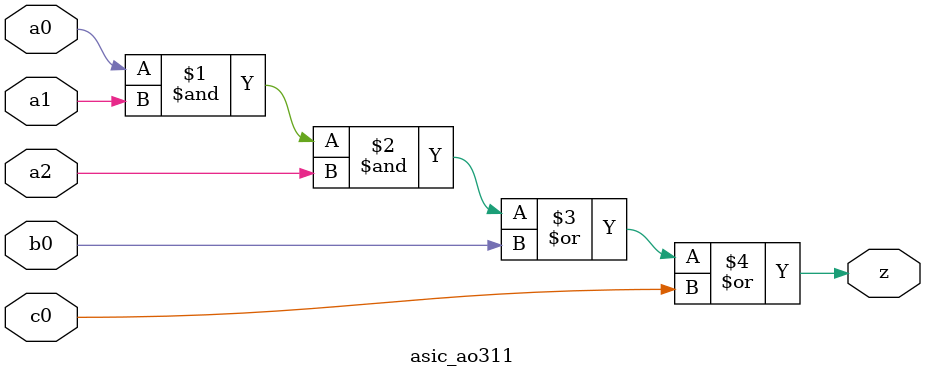
<source format=v>


module asic_ao311 #(parameter PROP = "DEFAULT")  (
   input  a0,
   input  a1,
   input  a2,
   input  b0,
   input  c0,
   output z
   );

   assign z = (a0 & a1 & a2) | b0 | c0;

endmodule

</source>
